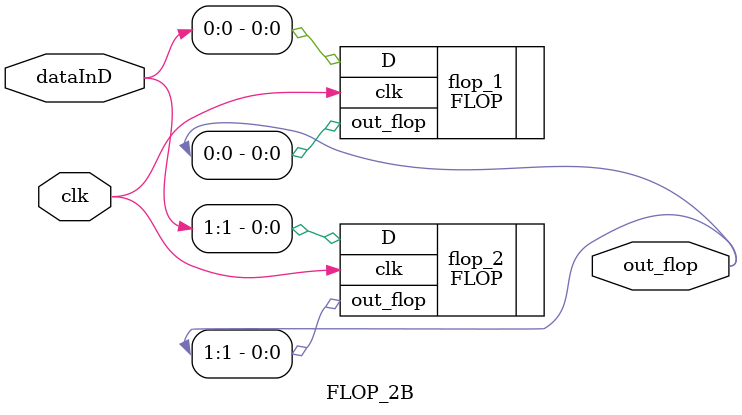
<source format=v>
`include "DescManual/FLOP.v"

module FLOP_2B (
    output[1:0]out_flop,
    input [1:0]dataInD,
    input clk);

    FLOP flop_1(
        //output
        .out_flop (out_flop[0]),
        //input
        .D (dataInD[0]),
        .clk (clk)

    );
    FLOP flop_2(
        //output
        .out_flop (out_flop[1]),
        //input
        .D (dataInD[1]),
        .clk (clk)
    );
endmodule
</source>
